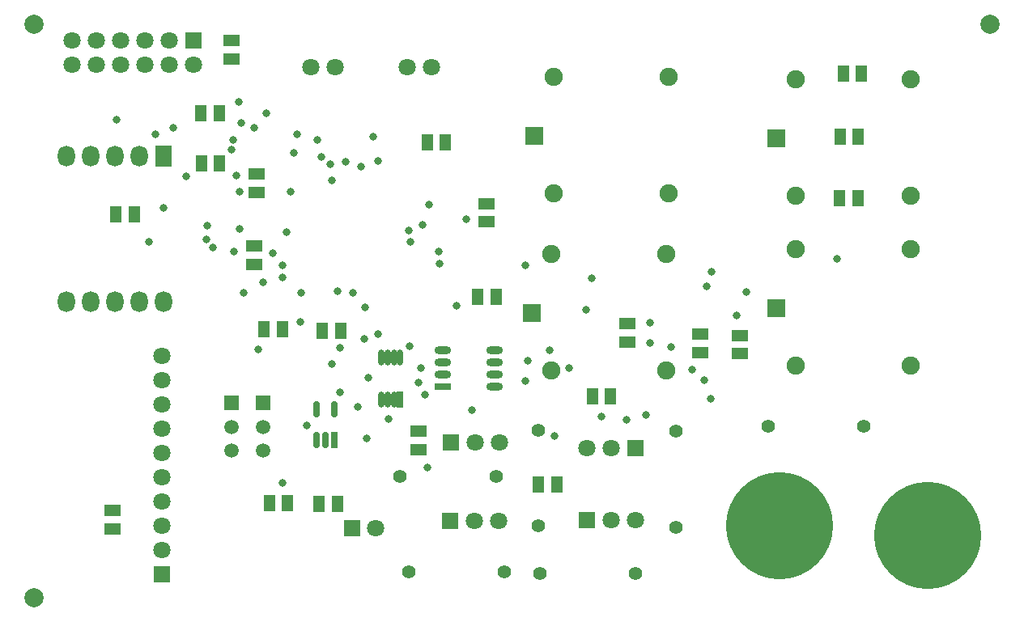
<source format=gbr>
%TF.GenerationSoftware,Altium Limited,Altium Designer,20.1.12 (249)*%
G04 Layer_Color=16711935*
%FSLAX26Y26*%
%MOIN*%
%TF.SameCoordinates,7F4B2EE0-29BC-4F04-AEBD-3A4CCF5859FD*%
%TF.FilePolarity,Negative*%
%TF.FileFunction,Soldermask,Bot*%
%TF.Part,Single*%
G01*
G75*
%TA.AperFunction,SMDPad,CuDef*%
%ADD41R,0.069024X0.047370*%
%ADD42R,0.047370X0.069024*%
%ADD43O,0.025716X0.065087*%
%ADD44R,0.025716X0.065087*%
%TA.AperFunction,ConnectorPad*%
%ADD45R,0.069024X0.047370*%
%TA.AperFunction,SMDPad,CuDef*%
%ADD46R,0.027685X0.069024*%
%ADD47O,0.027685X0.069024*%
%ADD48O,0.069024X0.031622*%
%ADD49R,0.069024X0.031622*%
%TA.AperFunction,ComponentPad*%
%ADD50R,0.070992X0.070992*%
%ADD51C,0.070992*%
%ADD52C,0.074929*%
%ADD53R,0.074929X0.074929*%
%ADD54R,0.070992X0.070992*%
%ADD55C,0.059181*%
%ADD56R,0.059181X0.059181*%
%ADD57C,0.441071*%
%ADD58C,0.055244*%
%ADD59O,0.070992X0.086740*%
%ADD60R,0.070992X0.086740*%
%TA.AperFunction,SMDPad,CuDef*%
%ADD61C,0.078740*%
%TA.AperFunction,ViaPad*%
%ADD62C,0.031622*%
D41*
X5860000Y3565197D02*
D03*
Y3640000D02*
D03*
X5695000Y3645000D02*
D03*
Y3570197D02*
D03*
X4535000Y3245000D02*
D03*
Y3170197D02*
D03*
X5395000Y3612599D02*
D03*
Y3687402D02*
D03*
X3275000Y2917401D02*
D03*
Y2842598D02*
D03*
X3860000Y3932599D02*
D03*
Y4007402D02*
D03*
X4815000Y4107599D02*
D03*
Y4182402D02*
D03*
X3870000Y4304803D02*
D03*
Y4230000D02*
D03*
D42*
X3975000Y3665000D02*
D03*
X3900197D02*
D03*
X3714803Y4555000D02*
D03*
X3640000D02*
D03*
X4647401Y4435000D02*
D03*
X4572598D02*
D03*
X3717401Y4350000D02*
D03*
X3642598D02*
D03*
X6347401Y4460000D02*
D03*
X6272598D02*
D03*
X4202401Y2945000D02*
D03*
X4127598D02*
D03*
X3997401Y2950000D02*
D03*
X3922598D02*
D03*
X4214803Y3660000D02*
D03*
X4140000D02*
D03*
X6285197Y4720000D02*
D03*
X6360000D02*
D03*
X5327401Y3390000D02*
D03*
X5252598D02*
D03*
X6344803Y4205000D02*
D03*
X6270000D02*
D03*
X4854803Y3800000D02*
D03*
X4780000D02*
D03*
X5104803Y3025000D02*
D03*
X5030000D02*
D03*
X3290000Y4140000D02*
D03*
X3364803D02*
D03*
D43*
X4383819Y3548228D02*
D03*
X4409409D02*
D03*
X4435000D02*
D03*
X4460591D02*
D03*
X4383819Y3375000D02*
D03*
X4409409D02*
D03*
X4435000D02*
D03*
D44*
X4460591D02*
D03*
D45*
X3765000Y4780197D02*
D03*
Y4855000D02*
D03*
D46*
X4190000Y3209016D02*
D03*
D47*
X4152598D02*
D03*
X4115197D02*
D03*
X4190000Y3335000D02*
D03*
X4115197D02*
D03*
D48*
X4850000Y3580000D02*
D03*
Y3530000D02*
D03*
Y3480000D02*
D03*
Y3430000D02*
D03*
X4637402Y3580000D02*
D03*
Y3530000D02*
D03*
Y3480000D02*
D03*
D49*
Y3430000D02*
D03*
D50*
X5230000Y2880000D02*
D03*
X4665000Y2875000D02*
D03*
X5430000Y3175000D02*
D03*
X4670000Y3200000D02*
D03*
X4261575Y2845000D02*
D03*
X3610000Y4855000D02*
D03*
D51*
X5330000Y2880000D02*
D03*
X5430000D02*
D03*
X3480000Y3555000D02*
D03*
Y3455000D02*
D03*
Y3355000D02*
D03*
Y3255000D02*
D03*
Y3155000D02*
D03*
Y3055000D02*
D03*
Y2955000D02*
D03*
Y2855000D02*
D03*
Y2755000D02*
D03*
X4865000Y2875000D02*
D03*
X4765000D02*
D03*
X5230000Y3175000D02*
D03*
X5330000D02*
D03*
X4870000Y3200000D02*
D03*
X4770000D02*
D03*
X4360000Y2845000D02*
D03*
X4194488Y4744095D02*
D03*
X4094488D02*
D03*
X4588189D02*
D03*
X4488189D02*
D03*
X3610000Y4755000D02*
D03*
X3510000Y4855000D02*
D03*
X3110000Y4755000D02*
D03*
X3210000D02*
D03*
X3310000D02*
D03*
X3410000D02*
D03*
X3510000D02*
D03*
X3110000Y4855000D02*
D03*
X3210000D02*
D03*
X3310000D02*
D03*
X3410000D02*
D03*
D52*
X5555000Y3495000D02*
D03*
X5082559Y3975315D02*
D03*
X5555000D02*
D03*
X5082559Y3495000D02*
D03*
X6562441Y4214685D02*
D03*
X6090000Y4695000D02*
D03*
X6562441D02*
D03*
X6090000Y4214685D02*
D03*
X6562441Y3514685D02*
D03*
X6090000Y3995000D02*
D03*
X6562441D02*
D03*
X6090000Y3514685D02*
D03*
X5565000Y4224685D02*
D03*
X5092559Y4705000D02*
D03*
X5565000D02*
D03*
X5092559Y4224685D02*
D03*
D53*
X5003819Y3731220D02*
D03*
X6011260Y4450905D02*
D03*
Y3750905D02*
D03*
X5013819Y4460905D02*
D03*
D54*
X3480000Y2655000D02*
D03*
D55*
X3765079Y3263425D02*
D03*
Y3165000D02*
D03*
X3895000D02*
D03*
Y3263425D02*
D03*
D56*
X3765079Y3361850D02*
D03*
X3895000D02*
D03*
D57*
X6633858Y2814961D02*
D03*
X6023622Y2854331D02*
D03*
D58*
X5595000Y2850000D02*
D03*
Y3243701D02*
D03*
X4855000Y3060000D02*
D03*
X4461299D02*
D03*
X4888701Y2665000D02*
D03*
X4495000D02*
D03*
X5428701Y2660000D02*
D03*
X5035000D02*
D03*
X6368701Y3265000D02*
D03*
X5975000D02*
D03*
X5030000Y2856299D02*
D03*
Y3250000D02*
D03*
D59*
X3085000Y3780000D02*
D03*
X3185000D02*
D03*
X3285000D02*
D03*
X3385000D02*
D03*
X3485000D02*
D03*
X3085000Y4380000D02*
D03*
X3185000D02*
D03*
X3285000D02*
D03*
X3385000D02*
D03*
D60*
X3485000D02*
D03*
D61*
X2952756Y4921260D02*
D03*
Y2559055D02*
D03*
X6889764Y4921260D02*
D03*
D62*
X3777559Y3984252D02*
D03*
X3937008Y3978347D02*
D03*
X3975394Y3877953D02*
D03*
X3993110Y4064034D02*
D03*
X4023622Y4392717D02*
D03*
X4035433Y4468504D02*
D03*
X4121063Y4444882D02*
D03*
X4178150Y4277559D02*
D03*
X4298228Y4336614D02*
D03*
X4368110Y4357283D02*
D03*
X4350394Y4459646D02*
D03*
X4235236Y4356299D02*
D03*
X4171463Y4343716D02*
D03*
X4137795Y4375984D02*
D03*
X3977362Y3928150D02*
D03*
X3897638Y3859252D02*
D03*
X3816929Y3813976D02*
D03*
X3451772Y4468504D02*
D03*
X3765748Y4405512D02*
D03*
X3772638Y4444882D02*
D03*
X3805118Y4516732D02*
D03*
X3859223Y4496034D02*
D03*
X4010827Y4230315D02*
D03*
X3801181Y4077913D02*
D03*
X3799213Y4232283D02*
D03*
X4054134Y3814961D02*
D03*
X3795916Y4602706D02*
D03*
X4552165Y4096457D02*
D03*
X4495108Y4072806D02*
D03*
X4501968Y4025591D02*
D03*
X4314961Y3753937D02*
D03*
X3689497Y4001447D02*
D03*
X4732283Y4117126D02*
D03*
X4580709Y4177165D02*
D03*
X3910433Y4555118D02*
D03*
X3525591Y4494095D02*
D03*
X3786417Y4297244D02*
D03*
X3578740Y4295276D02*
D03*
X3292323Y4527559D02*
D03*
X4328740Y3466535D02*
D03*
X4500000Y3595472D02*
D03*
X4563976Y3396653D02*
D03*
X4537402Y3446850D02*
D03*
X4986221Y3535433D02*
D03*
X4977362Y3451772D02*
D03*
X3666339Y4091535D02*
D03*
X3487205Y4165354D02*
D03*
X3425197Y4026575D02*
D03*
X4050197Y3694882D02*
D03*
X4202756Y3822835D02*
D03*
X4620079Y3984252D02*
D03*
X4622047Y3935039D02*
D03*
X4314034Y3624016D02*
D03*
X4370079Y3646653D02*
D03*
X4287402Y3346457D02*
D03*
X4321850Y3216535D02*
D03*
X4546260Y3506890D02*
D03*
X4181102Y3523622D02*
D03*
X4754921Y3331693D02*
D03*
X4691929Y3760827D02*
D03*
X5226378Y3744095D02*
D03*
X5077756Y3579724D02*
D03*
X5156496Y3505905D02*
D03*
X4267717Y3815945D02*
D03*
X4214567Y3587598D02*
D03*
X3663386Y4034449D02*
D03*
X5096457Y3224409D02*
D03*
X5489173Y3607284D02*
D03*
X5576772Y3591535D02*
D03*
X5664370Y3499016D02*
D03*
X5712598Y3456693D02*
D03*
X5738189Y3377953D02*
D03*
X5474409Y3311024D02*
D03*
X5490158Y3691929D02*
D03*
X5248032Y3874016D02*
D03*
X5744095Y3900591D02*
D03*
X5391732Y3293307D02*
D03*
X5721457Y3841535D02*
D03*
X5289370Y3306102D02*
D03*
X4412402Y3296260D02*
D03*
X4977362Y3928150D02*
D03*
X4571850Y3094488D02*
D03*
X5846457Y3720472D02*
D03*
X5885827Y3818898D02*
D03*
X4212598Y3405512D02*
D03*
X3976378Y3031496D02*
D03*
X4074803Y3267716D02*
D03*
X6259842Y3956693D02*
D03*
X3877953Y3582677D02*
D03*
%TF.MD5,2910f06c8ca1b7d1a2c56a2be29f51a7*%
M02*

</source>
